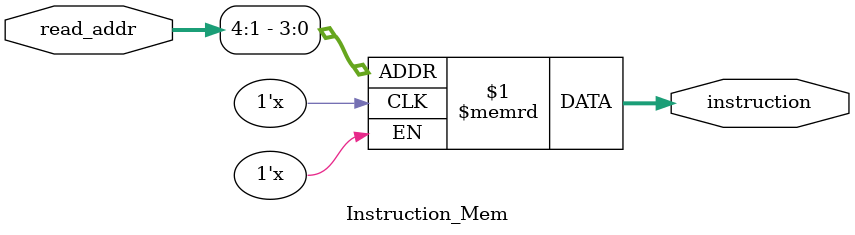
<source format=v>

`timescale 1ns / 1ps

module Instruction_Mem(
    input [4:0] read_addr,
    output [INST_WIDTH-1:0] instruction
    );
    
    parameter INST_WIDTH = 16;

    reg [INST_WIDTH-1:0] rom [15:0];  
    
    initial  
    begin


    end

    assign instruction = rom[read_addr[4:1]];
endmodule
</source>
